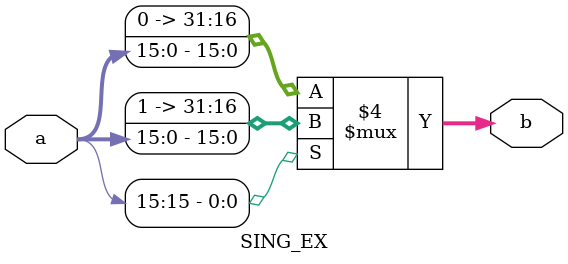
<source format=v>
module SING_EX(
    input [15:0] a,
    output reg [31:0] b
);


always @*
begin
    if(a[15] == 1'b0) 
    begin
        b = {16'b0000000000000000,  a};
    end

    else
    begin
        b = {16'b1111111111111111,  a}; 
    end

end
endmodule

</source>
